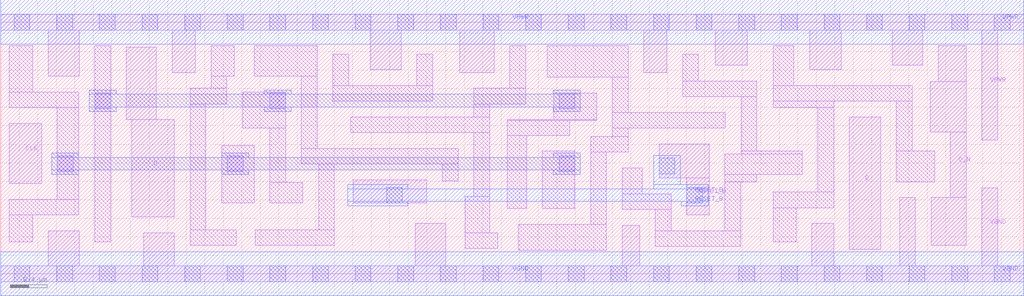
<source format=lef>
# Copyright 2020 The SkyWater PDK Authors
#
# Licensed under the Apache License, Version 2.0 (the "License");
# you may not use this file except in compliance with the License.
# You may obtain a copy of the License at
#
#     https://www.apache.org/licenses/LICENSE-2.0
#
# Unless required by applicable law or agreed to in writing, software
# distributed under the License is distributed on an "AS IS" BASIS,
# WITHOUT WARRANTIES OR CONDITIONS OF ANY KIND, either express or implied.
# See the License for the specific language governing permissions and
# limitations under the License.
#
# SPDX-License-Identifier: Apache-2.0

VERSION 5.7 ;
  NAMESCASESENSITIVE ON ;
  NOWIREEXTENSIONATPIN ON ;
  DIVIDERCHAR "/" ;
  BUSBITCHARS "[]" ;
UNITS
  DATABASE MICRONS 200 ;
END UNITS
MACRO sky130_fd_sc_hd__dfrbp_2
  CLASS CORE ;
  SOURCE USER ;
  FOREIGN sky130_fd_sc_hd__dfrbp_2 ;
  ORIGIN  0.000000  0.000000 ;
  SIZE  11.04000 BY  2.720000 ;
  SYMMETRY X Y R90 ;
  SITE unithd ;
  PIN D
    ANTENNAGATEAREA  0.126000 ;
    DIRECTION INPUT ;
    USE SIGNAL ;
    PORT
      LAYER li1 ;
        RECT 1.355000 1.665000 1.680000 2.450000 ;
        RECT 1.415000 0.615000 1.875000 1.665000 ;
    END
  END D
  PIN Q
    ANTENNADIFFAREA  0.511500 ;
    DIRECTION OUTPUT ;
    USE SIGNAL ;
    PORT
      LAYER li1 ;
        RECT 9.160000 0.265000 9.495000 1.695000 ;
    END
  END Q
  PIN Q_N
    ANTENNADIFFAREA  0.445500 ;
    DIRECTION OUTPUT ;
    USE SIGNAL ;
    PORT
      LAYER li1 ;
        RECT 10.030000 1.535000 10.420000 2.080000 ;
        RECT 10.040000 0.310000 10.420000 0.825000 ;
        RECT 10.120000 2.080000 10.420000 2.465000 ;
        RECT 10.250000 0.825000 10.420000 1.535000 ;
    END
  END Q_N
  PIN RESET_B
    ANTENNAGATEAREA  0.252000 ;
    DIRECTION INPUT ;
    USE SIGNAL ;
    PORT
      LAYER li1 ;
        RECT 3.805000 0.765000 4.595000 1.015000 ;
        RECT 7.105000 1.035000 7.645000 1.405000 ;
        RECT 7.405000 0.635000 7.645000 1.035000 ;
      LAYER mcon ;
        RECT 4.165000 0.765000 4.335000 0.935000 ;
        RECT 7.105000 1.080000 7.275000 1.250000 ;
        RECT 7.405000 0.765000 7.575000 0.935000 ;
      LAYER met1 ;
        RECT 3.745000 0.735000 4.395000 0.780000 ;
        RECT 3.745000 0.780000 7.635000 0.920000 ;
        RECT 3.745000 0.920000 4.395000 0.965000 ;
        RECT 7.045000 0.920000 7.635000 0.965000 ;
        RECT 7.045000 0.965000 7.335000 1.280000 ;
        RECT 7.345000 0.735000 7.635000 0.780000 ;
    END
  END RESET_B
  PIN CLK
    ANTENNAGATEAREA  0.159000 ;
    DIRECTION INPUT ;
    USE CLOCK ;
    PORT
      LAYER li1 ;
        RECT 0.090000 0.975000 0.440000 1.625000 ;
    END
  END CLK
  PIN VGND
    DIRECTION INOUT ;
    SHAPE ABUTMENT ;
    USE GROUND ;
    PORT
      LAYER li1 ;
        RECT  0.000000 -0.085000 11.040000 0.085000 ;
        RECT  0.515000  0.085000  0.845000 0.465000 ;
        RECT  1.545000  0.085000  1.875000 0.445000 ;
        RECT  4.475000  0.085000  4.805000 0.545000 ;
        RECT  6.705000  0.085000  6.895000 0.525000 ;
        RECT  8.755000  0.085000  8.990000 0.545000 ;
        RECT  9.700000  0.085000  9.870000 0.825000 ;
        RECT 10.590000  0.085000 10.760000 0.930000 ;
      LAYER mcon ;
        RECT  0.145000 -0.085000  0.315000 0.085000 ;
        RECT  0.605000 -0.085000  0.775000 0.085000 ;
        RECT  1.065000 -0.085000  1.235000 0.085000 ;
        RECT  1.525000 -0.085000  1.695000 0.085000 ;
        RECT  1.985000 -0.085000  2.155000 0.085000 ;
        RECT  2.445000 -0.085000  2.615000 0.085000 ;
        RECT  2.905000 -0.085000  3.075000 0.085000 ;
        RECT  3.365000 -0.085000  3.535000 0.085000 ;
        RECT  3.825000 -0.085000  3.995000 0.085000 ;
        RECT  4.285000 -0.085000  4.455000 0.085000 ;
        RECT  4.745000 -0.085000  4.915000 0.085000 ;
        RECT  5.205000 -0.085000  5.375000 0.085000 ;
        RECT  5.665000 -0.085000  5.835000 0.085000 ;
        RECT  6.125000 -0.085000  6.295000 0.085000 ;
        RECT  6.585000 -0.085000  6.755000 0.085000 ;
        RECT  7.045000 -0.085000  7.215000 0.085000 ;
        RECT  7.505000 -0.085000  7.675000 0.085000 ;
        RECT  7.965000 -0.085000  8.135000 0.085000 ;
        RECT  8.425000 -0.085000  8.595000 0.085000 ;
        RECT  8.885000 -0.085000  9.055000 0.085000 ;
        RECT  9.345000 -0.085000  9.515000 0.085000 ;
        RECT  9.805000 -0.085000  9.975000 0.085000 ;
        RECT 10.265000 -0.085000 10.435000 0.085000 ;
        RECT 10.725000 -0.085000 10.895000 0.085000 ;
      LAYER met1 ;
        RECT 0.000000 -0.240000 11.040000 0.240000 ;
    END
  END VGND
  PIN VPWR
    DIRECTION INOUT ;
    SHAPE ABUTMENT ;
    USE POWER ;
    PORT
      LAYER li1 ;
        RECT  0.000000 2.635000 11.040000 2.805000 ;
        RECT  0.515000 2.135000  0.845000 2.635000 ;
        RECT  1.850000 2.175000  2.100000 2.635000 ;
        RECT  3.990000 2.205000  4.320000 2.635000 ;
        RECT  4.955000 2.175000  5.325000 2.635000 ;
        RECT  6.940000 2.175000  7.190000 2.635000 ;
        RECT  7.710000 2.255000  8.055000 2.635000 ;
        RECT  8.730000 2.205000  9.070000 2.635000 ;
        RECT  9.620000 2.255000  9.950000 2.635000 ;
        RECT 10.590000 1.445000 10.760000 2.635000 ;
      LAYER mcon ;
        RECT  0.145000 2.635000  0.315000 2.805000 ;
        RECT  0.605000 2.635000  0.775000 2.805000 ;
        RECT  1.065000 2.635000  1.235000 2.805000 ;
        RECT  1.525000 2.635000  1.695000 2.805000 ;
        RECT  1.985000 2.635000  2.155000 2.805000 ;
        RECT  2.445000 2.635000  2.615000 2.805000 ;
        RECT  2.905000 2.635000  3.075000 2.805000 ;
        RECT  3.365000 2.635000  3.535000 2.805000 ;
        RECT  3.825000 2.635000  3.995000 2.805000 ;
        RECT  4.285000 2.635000  4.455000 2.805000 ;
        RECT  4.745000 2.635000  4.915000 2.805000 ;
        RECT  5.205000 2.635000  5.375000 2.805000 ;
        RECT  5.665000 2.635000  5.835000 2.805000 ;
        RECT  6.125000 2.635000  6.295000 2.805000 ;
        RECT  6.585000 2.635000  6.755000 2.805000 ;
        RECT  7.045000 2.635000  7.215000 2.805000 ;
        RECT  7.505000 2.635000  7.675000 2.805000 ;
        RECT  7.965000 2.635000  8.135000 2.805000 ;
        RECT  8.425000 2.635000  8.595000 2.805000 ;
        RECT  8.885000 2.635000  9.055000 2.805000 ;
        RECT  9.345000 2.635000  9.515000 2.805000 ;
        RECT  9.805000 2.635000  9.975000 2.805000 ;
        RECT 10.265000 2.635000 10.435000 2.805000 ;
        RECT 10.725000 2.635000 10.895000 2.805000 ;
      LAYER met1 ;
        RECT 0.000000 2.480000 11.040000 2.960000 ;
    END
  END VPWR
  OBS
    LAYER li1 ;
      RECT 0.090000 0.345000  0.345000 0.635000 ;
      RECT 0.090000 0.635000  0.840000 0.805000 ;
      RECT 0.090000 1.795000  0.840000 1.965000 ;
      RECT 0.090000 1.965000  0.345000 2.465000 ;
      RECT 0.610000 0.805000  0.840000 1.795000 ;
      RECT 1.015000 0.345000  1.185000 2.465000 ;
      RECT 2.045000 0.305000  2.540000 0.475000 ;
      RECT 2.045000 0.475000  2.215000 1.835000 ;
      RECT 2.045000 1.835000  2.440000 2.005000 ;
      RECT 2.270000 2.005000  2.440000 2.135000 ;
      RECT 2.270000 2.135000  2.520000 2.465000 ;
      RECT 2.385000 0.765000  2.735000 1.385000 ;
      RECT 2.610000 1.575000  3.075000 1.965000 ;
      RECT 2.735000 2.135000  3.415000 2.465000 ;
      RECT 2.745000 0.305000  3.600000 0.475000 ;
      RECT 2.905000 0.765000  3.260000 0.985000 ;
      RECT 2.905000 0.985000  3.075000 1.575000 ;
      RECT 3.245000 1.185000  4.935000 1.355000 ;
      RECT 3.245000 1.355000  3.415000 2.135000 ;
      RECT 3.430000 0.475000  3.600000 1.185000 ;
      RECT 3.585000 1.865000  4.660000 2.035000 ;
      RECT 3.585000 2.035000  3.755000 2.375000 ;
      RECT 3.775000 1.525000  5.275000 1.695000 ;
      RECT 4.490000 2.035000  4.660000 2.375000 ;
      RECT 4.765000 1.005000  4.935000 1.185000 ;
      RECT 5.015000 0.275000  5.365000 0.445000 ;
      RECT 5.015000 0.445000  5.275000 0.835000 ;
      RECT 5.105000 0.835000  5.275000 1.525000 ;
      RECT 5.105000 1.695000  5.275000 1.835000 ;
      RECT 5.105000 1.835000  5.665000 2.005000 ;
      RECT 5.465000 0.705000  5.675000 1.495000 ;
      RECT 5.465000 1.495000  6.140000 1.655000 ;
      RECT 5.465000 1.655000  6.430000 1.665000 ;
      RECT 5.495000 2.005000  5.665000 2.465000 ;
      RECT 5.585000 0.255000  6.535000 0.535000 ;
      RECT 5.845000 0.705000  6.195000 1.325000 ;
      RECT 5.900000 2.125000  6.770000 2.465000 ;
      RECT 5.970000 1.665000  6.430000 1.955000 ;
      RECT 6.365000 0.535000  6.535000 1.315000 ;
      RECT 6.365000 1.315000  6.770000 1.485000 ;
      RECT 6.600000 1.485000  6.770000 1.575000 ;
      RECT 6.600000 1.575000  7.820000 1.745000 ;
      RECT 6.600000 1.745000  6.770000 2.125000 ;
      RECT 6.705000 0.695000  7.235000 0.865000 ;
      RECT 6.705000 0.865000  6.925000 1.145000 ;
      RECT 7.065000 0.295000  7.985000 0.465000 ;
      RECT 7.065000 0.465000  7.235000 0.695000 ;
      RECT 7.360000 1.915000  8.160000 2.085000 ;
      RECT 7.360000 2.085000  7.530000 2.375000 ;
      RECT 7.815000 0.465000  7.985000 0.995000 ;
      RECT 7.815000 0.995000  8.160000 1.075000 ;
      RECT 7.815000 1.075000  8.650000 1.295000 ;
      RECT 7.990000 1.295000  8.650000 1.325000 ;
      RECT 7.990000 1.325000  8.160000 1.915000 ;
      RECT 8.335000 0.345000  8.585000 0.715000 ;
      RECT 8.335000 0.715000  8.990000 0.885000 ;
      RECT 8.335000 1.795000  8.990000 1.865000 ;
      RECT 8.335000 1.865000  9.835000 2.035000 ;
      RECT 8.335000 2.035000  8.560000 2.465000 ;
      RECT 8.820000 0.885000  8.990000 1.795000 ;
      RECT 9.665000 0.995000 10.080000 1.325000 ;
      RECT 9.665000 1.325000  9.835000 1.865000 ;
    LAYER mcon ;
      RECT 0.610000 1.105000 0.780000 1.275000 ;
      RECT 1.015000 1.785000 1.185000 1.955000 ;
      RECT 2.445000 1.105000 2.615000 1.275000 ;
      RECT 2.905000 1.785000 3.075000 1.955000 ;
      RECT 6.025000 1.105000 6.195000 1.275000 ;
      RECT 6.025000 1.785000 6.195000 1.955000 ;
    LAYER met1 ;
      RECT 0.550000 1.075000 0.840000 1.120000 ;
      RECT 0.550000 1.120000 6.255000 1.260000 ;
      RECT 0.550000 1.260000 0.840000 1.305000 ;
      RECT 0.955000 1.755000 1.245000 1.800000 ;
      RECT 0.955000 1.800000 6.255000 1.940000 ;
      RECT 0.955000 1.940000 1.245000 1.985000 ;
      RECT 2.385000 1.075000 2.675000 1.120000 ;
      RECT 2.385000 1.260000 2.675000 1.305000 ;
      RECT 2.845000 1.755000 3.135000 1.800000 ;
      RECT 2.845000 1.940000 3.135000 1.985000 ;
      RECT 5.965000 1.075000 6.255000 1.120000 ;
      RECT 5.965000 1.260000 6.255000 1.305000 ;
      RECT 5.965000 1.755000 6.255000 1.800000 ;
      RECT 5.965000 1.940000 6.255000 1.985000 ;
  END
END sky130_fd_sc_hd__dfrbp_2

</source>
